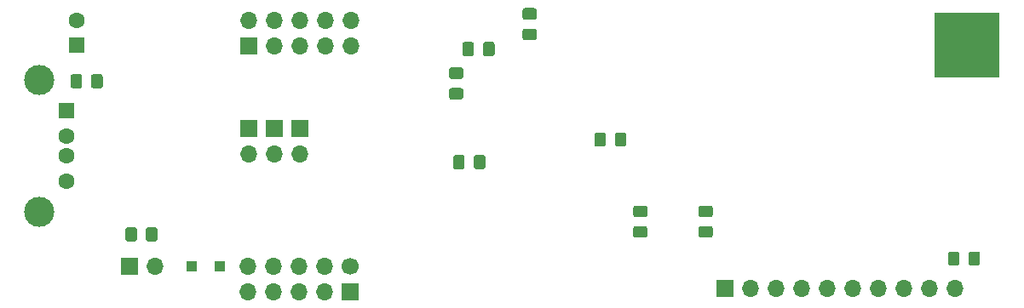
<source format=gbs>
G04 #@! TF.GenerationSoftware,KiCad,Pcbnew,(5.1.5)-3*
G04 #@! TF.CreationDate,2020-01-25T14:55:43-05:00*
G04 #@! TF.ProjectId,SmallyMouse2,536d616c-6c79-44d6-9f75-7365322e6b69,2.0*
G04 #@! TF.SameCoordinates,Original*
G04 #@! TF.FileFunction,Soldermask,Bot*
G04 #@! TF.FilePolarity,Negative*
%FSLAX46Y46*%
G04 Gerber Fmt 4.6, Leading zero omitted, Abs format (unit mm)*
G04 Created by KiCad (PCBNEW (5.1.5)-3) date 2020-01-25 14:55:43*
%MOMM*%
%LPD*%
G04 APERTURE LIST*
%ADD10R,1.100000X1.100000*%
%ADD11O,1.700000X1.700000*%
%ADD12R,1.700000X1.700000*%
%ADD13C,0.150000*%
%ADD14C,1.700000*%
%ADD15C,1.600000*%
%ADD16R,1.600000X1.600000*%
%ADD17R,6.400000X6.400000*%
%ADD18C,0.800000*%
%ADD19C,3.000000*%
G04 APERTURE END LIST*
D10*
X111200000Y-55000000D03*
X108400000Y-55000000D03*
D11*
X104740000Y-54990000D03*
D12*
X102200000Y-54990000D03*
D13*
G36*
X104799505Y-51101204D02*
G01*
X104823773Y-51104804D01*
X104847572Y-51110765D01*
X104870671Y-51119030D01*
X104892850Y-51129520D01*
X104913893Y-51142132D01*
X104933599Y-51156747D01*
X104951777Y-51173223D01*
X104968253Y-51191401D01*
X104982868Y-51211107D01*
X104995480Y-51232150D01*
X105005970Y-51254329D01*
X105014235Y-51277428D01*
X105020196Y-51301227D01*
X105023796Y-51325495D01*
X105025000Y-51349999D01*
X105025000Y-52250001D01*
X105023796Y-52274505D01*
X105020196Y-52298773D01*
X105014235Y-52322572D01*
X105005970Y-52345671D01*
X104995480Y-52367850D01*
X104982868Y-52388893D01*
X104968253Y-52408599D01*
X104951777Y-52426777D01*
X104933599Y-52443253D01*
X104913893Y-52457868D01*
X104892850Y-52470480D01*
X104870671Y-52480970D01*
X104847572Y-52489235D01*
X104823773Y-52495196D01*
X104799505Y-52498796D01*
X104775001Y-52500000D01*
X104124999Y-52500000D01*
X104100495Y-52498796D01*
X104076227Y-52495196D01*
X104052428Y-52489235D01*
X104029329Y-52480970D01*
X104007150Y-52470480D01*
X103986107Y-52457868D01*
X103966401Y-52443253D01*
X103948223Y-52426777D01*
X103931747Y-52408599D01*
X103917132Y-52388893D01*
X103904520Y-52367850D01*
X103894030Y-52345671D01*
X103885765Y-52322572D01*
X103879804Y-52298773D01*
X103876204Y-52274505D01*
X103875000Y-52250001D01*
X103875000Y-51349999D01*
X103876204Y-51325495D01*
X103879804Y-51301227D01*
X103885765Y-51277428D01*
X103894030Y-51254329D01*
X103904520Y-51232150D01*
X103917132Y-51211107D01*
X103931747Y-51191401D01*
X103948223Y-51173223D01*
X103966401Y-51156747D01*
X103986107Y-51142132D01*
X104007150Y-51129520D01*
X104029329Y-51119030D01*
X104052428Y-51110765D01*
X104076227Y-51104804D01*
X104100495Y-51101204D01*
X104124999Y-51100000D01*
X104775001Y-51100000D01*
X104799505Y-51101204D01*
G37*
G36*
X102749505Y-51101204D02*
G01*
X102773773Y-51104804D01*
X102797572Y-51110765D01*
X102820671Y-51119030D01*
X102842850Y-51129520D01*
X102863893Y-51142132D01*
X102883599Y-51156747D01*
X102901777Y-51173223D01*
X102918253Y-51191401D01*
X102932868Y-51211107D01*
X102945480Y-51232150D01*
X102955970Y-51254329D01*
X102964235Y-51277428D01*
X102970196Y-51301227D01*
X102973796Y-51325495D01*
X102975000Y-51349999D01*
X102975000Y-52250001D01*
X102973796Y-52274505D01*
X102970196Y-52298773D01*
X102964235Y-52322572D01*
X102955970Y-52345671D01*
X102945480Y-52367850D01*
X102932868Y-52388893D01*
X102918253Y-52408599D01*
X102901777Y-52426777D01*
X102883599Y-52443253D01*
X102863893Y-52457868D01*
X102842850Y-52470480D01*
X102820671Y-52480970D01*
X102797572Y-52489235D01*
X102773773Y-52495196D01*
X102749505Y-52498796D01*
X102725001Y-52500000D01*
X102074999Y-52500000D01*
X102050495Y-52498796D01*
X102026227Y-52495196D01*
X102002428Y-52489235D01*
X101979329Y-52480970D01*
X101957150Y-52470480D01*
X101936107Y-52457868D01*
X101916401Y-52443253D01*
X101898223Y-52426777D01*
X101881747Y-52408599D01*
X101867132Y-52388893D01*
X101854520Y-52367850D01*
X101844030Y-52345671D01*
X101835765Y-52322572D01*
X101829804Y-52298773D01*
X101826204Y-52274505D01*
X101825000Y-52250001D01*
X101825000Y-51349999D01*
X101826204Y-51325495D01*
X101829804Y-51301227D01*
X101835765Y-51277428D01*
X101844030Y-51254329D01*
X101854520Y-51232150D01*
X101867132Y-51211107D01*
X101881747Y-51191401D01*
X101898223Y-51173223D01*
X101916401Y-51156747D01*
X101936107Y-51142132D01*
X101957150Y-51129520D01*
X101979329Y-51119030D01*
X102002428Y-51110765D01*
X102026227Y-51104804D01*
X102050495Y-51101204D01*
X102074999Y-51100000D01*
X102725001Y-51100000D01*
X102749505Y-51101204D01*
G37*
D11*
X119180000Y-43790000D03*
D12*
X119180000Y-41250000D03*
D11*
X114000000Y-57540000D03*
X114000000Y-55000000D03*
X116540000Y-57540000D03*
X116540000Y-55000000D03*
X119080000Y-57540000D03*
X119080000Y-55000000D03*
X121620000Y-57540000D03*
X121620000Y-55000000D03*
D12*
X124160000Y-57540000D03*
D14*
X124160000Y-55000000D03*
D11*
X184260000Y-57200000D03*
X181720000Y-57200000D03*
X179180000Y-57200000D03*
X176640000Y-57200000D03*
X174100000Y-57200000D03*
X171560000Y-57200000D03*
X169020000Y-57200000D03*
X166480000Y-57200000D03*
X163940000Y-57200000D03*
D12*
X161400000Y-57200000D03*
D15*
X97000000Y-30500000D03*
D16*
X97000000Y-33000000D03*
D17*
X185500000Y-33000000D03*
D18*
X187900000Y-33000000D03*
X187197056Y-34697056D03*
X185500000Y-35400000D03*
X183802944Y-34697056D03*
X183100000Y-33000000D03*
X183802944Y-31302944D03*
X185500000Y-30600000D03*
X187197056Y-31302944D03*
D13*
G36*
X97299505Y-35851204D02*
G01*
X97323773Y-35854804D01*
X97347572Y-35860765D01*
X97370671Y-35869030D01*
X97392850Y-35879520D01*
X97413893Y-35892132D01*
X97433599Y-35906747D01*
X97451777Y-35923223D01*
X97468253Y-35941401D01*
X97482868Y-35961107D01*
X97495480Y-35982150D01*
X97505970Y-36004329D01*
X97514235Y-36027428D01*
X97520196Y-36051227D01*
X97523796Y-36075495D01*
X97525000Y-36099999D01*
X97525000Y-37000001D01*
X97523796Y-37024505D01*
X97520196Y-37048773D01*
X97514235Y-37072572D01*
X97505970Y-37095671D01*
X97495480Y-37117850D01*
X97482868Y-37138893D01*
X97468253Y-37158599D01*
X97451777Y-37176777D01*
X97433599Y-37193253D01*
X97413893Y-37207868D01*
X97392850Y-37220480D01*
X97370671Y-37230970D01*
X97347572Y-37239235D01*
X97323773Y-37245196D01*
X97299505Y-37248796D01*
X97275001Y-37250000D01*
X96624999Y-37250000D01*
X96600495Y-37248796D01*
X96576227Y-37245196D01*
X96552428Y-37239235D01*
X96529329Y-37230970D01*
X96507150Y-37220480D01*
X96486107Y-37207868D01*
X96466401Y-37193253D01*
X96448223Y-37176777D01*
X96431747Y-37158599D01*
X96417132Y-37138893D01*
X96404520Y-37117850D01*
X96394030Y-37095671D01*
X96385765Y-37072572D01*
X96379804Y-37048773D01*
X96376204Y-37024505D01*
X96375000Y-37000001D01*
X96375000Y-36099999D01*
X96376204Y-36075495D01*
X96379804Y-36051227D01*
X96385765Y-36027428D01*
X96394030Y-36004329D01*
X96404520Y-35982150D01*
X96417132Y-35961107D01*
X96431747Y-35941401D01*
X96448223Y-35923223D01*
X96466401Y-35906747D01*
X96486107Y-35892132D01*
X96507150Y-35879520D01*
X96529329Y-35869030D01*
X96552428Y-35860765D01*
X96576227Y-35854804D01*
X96600495Y-35851204D01*
X96624999Y-35850000D01*
X97275001Y-35850000D01*
X97299505Y-35851204D01*
G37*
G36*
X99349505Y-35851204D02*
G01*
X99373773Y-35854804D01*
X99397572Y-35860765D01*
X99420671Y-35869030D01*
X99442850Y-35879520D01*
X99463893Y-35892132D01*
X99483599Y-35906747D01*
X99501777Y-35923223D01*
X99518253Y-35941401D01*
X99532868Y-35961107D01*
X99545480Y-35982150D01*
X99555970Y-36004329D01*
X99564235Y-36027428D01*
X99570196Y-36051227D01*
X99573796Y-36075495D01*
X99575000Y-36099999D01*
X99575000Y-37000001D01*
X99573796Y-37024505D01*
X99570196Y-37048773D01*
X99564235Y-37072572D01*
X99555970Y-37095671D01*
X99545480Y-37117850D01*
X99532868Y-37138893D01*
X99518253Y-37158599D01*
X99501777Y-37176777D01*
X99483599Y-37193253D01*
X99463893Y-37207868D01*
X99442850Y-37220480D01*
X99420671Y-37230970D01*
X99397572Y-37239235D01*
X99373773Y-37245196D01*
X99349505Y-37248796D01*
X99325001Y-37250000D01*
X98674999Y-37250000D01*
X98650495Y-37248796D01*
X98626227Y-37245196D01*
X98602428Y-37239235D01*
X98579329Y-37230970D01*
X98557150Y-37220480D01*
X98536107Y-37207868D01*
X98516401Y-37193253D01*
X98498223Y-37176777D01*
X98481747Y-37158599D01*
X98467132Y-37138893D01*
X98454520Y-37117850D01*
X98444030Y-37095671D01*
X98435765Y-37072572D01*
X98429804Y-37048773D01*
X98426204Y-37024505D01*
X98425000Y-37000001D01*
X98425000Y-36099999D01*
X98426204Y-36075495D01*
X98429804Y-36051227D01*
X98435765Y-36027428D01*
X98444030Y-36004329D01*
X98454520Y-35982150D01*
X98467132Y-35961107D01*
X98481747Y-35941401D01*
X98498223Y-35923223D01*
X98516401Y-35906747D01*
X98536107Y-35892132D01*
X98557150Y-35879520D01*
X98579329Y-35869030D01*
X98602428Y-35860765D01*
X98626227Y-35854804D01*
X98650495Y-35851204D01*
X98674999Y-35850000D01*
X99325001Y-35850000D01*
X99349505Y-35851204D01*
G37*
D15*
X96000000Y-46500000D03*
X96000000Y-44000000D03*
X96000000Y-42000000D03*
D16*
X96000000Y-39500000D03*
D19*
X93290000Y-36430000D03*
X93290000Y-49570000D03*
D11*
X124260000Y-30480000D03*
X124260000Y-33020000D03*
X121720000Y-30480000D03*
X121720000Y-33020000D03*
X119180000Y-30480000D03*
X119180000Y-33020000D03*
X116640000Y-30480000D03*
X116640000Y-33020000D03*
X114100000Y-30480000D03*
D12*
X114100000Y-33020000D03*
D11*
X114100000Y-43790000D03*
D12*
X114100000Y-41250000D03*
D13*
G36*
X159974505Y-50976204D02*
G01*
X159998773Y-50979804D01*
X160022572Y-50985765D01*
X160045671Y-50994030D01*
X160067850Y-51004520D01*
X160088893Y-51017132D01*
X160108599Y-51031747D01*
X160126777Y-51048223D01*
X160143253Y-51066401D01*
X160157868Y-51086107D01*
X160170480Y-51107150D01*
X160180970Y-51129329D01*
X160189235Y-51152428D01*
X160195196Y-51176227D01*
X160198796Y-51200495D01*
X160200000Y-51224999D01*
X160200000Y-51875001D01*
X160198796Y-51899505D01*
X160195196Y-51923773D01*
X160189235Y-51947572D01*
X160180970Y-51970671D01*
X160170480Y-51992850D01*
X160157868Y-52013893D01*
X160143253Y-52033599D01*
X160126777Y-52051777D01*
X160108599Y-52068253D01*
X160088893Y-52082868D01*
X160067850Y-52095480D01*
X160045671Y-52105970D01*
X160022572Y-52114235D01*
X159998773Y-52120196D01*
X159974505Y-52123796D01*
X159950001Y-52125000D01*
X159049999Y-52125000D01*
X159025495Y-52123796D01*
X159001227Y-52120196D01*
X158977428Y-52114235D01*
X158954329Y-52105970D01*
X158932150Y-52095480D01*
X158911107Y-52082868D01*
X158891401Y-52068253D01*
X158873223Y-52051777D01*
X158856747Y-52033599D01*
X158842132Y-52013893D01*
X158829520Y-51992850D01*
X158819030Y-51970671D01*
X158810765Y-51947572D01*
X158804804Y-51923773D01*
X158801204Y-51899505D01*
X158800000Y-51875001D01*
X158800000Y-51224999D01*
X158801204Y-51200495D01*
X158804804Y-51176227D01*
X158810765Y-51152428D01*
X158819030Y-51129329D01*
X158829520Y-51107150D01*
X158842132Y-51086107D01*
X158856747Y-51066401D01*
X158873223Y-51048223D01*
X158891401Y-51031747D01*
X158911107Y-51017132D01*
X158932150Y-51004520D01*
X158954329Y-50994030D01*
X158977428Y-50985765D01*
X159001227Y-50979804D01*
X159025495Y-50976204D01*
X159049999Y-50975000D01*
X159950001Y-50975000D01*
X159974505Y-50976204D01*
G37*
G36*
X159974505Y-48926204D02*
G01*
X159998773Y-48929804D01*
X160022572Y-48935765D01*
X160045671Y-48944030D01*
X160067850Y-48954520D01*
X160088893Y-48967132D01*
X160108599Y-48981747D01*
X160126777Y-48998223D01*
X160143253Y-49016401D01*
X160157868Y-49036107D01*
X160170480Y-49057150D01*
X160180970Y-49079329D01*
X160189235Y-49102428D01*
X160195196Y-49126227D01*
X160198796Y-49150495D01*
X160200000Y-49174999D01*
X160200000Y-49825001D01*
X160198796Y-49849505D01*
X160195196Y-49873773D01*
X160189235Y-49897572D01*
X160180970Y-49920671D01*
X160170480Y-49942850D01*
X160157868Y-49963893D01*
X160143253Y-49983599D01*
X160126777Y-50001777D01*
X160108599Y-50018253D01*
X160088893Y-50032868D01*
X160067850Y-50045480D01*
X160045671Y-50055970D01*
X160022572Y-50064235D01*
X159998773Y-50070196D01*
X159974505Y-50073796D01*
X159950001Y-50075000D01*
X159049999Y-50075000D01*
X159025495Y-50073796D01*
X159001227Y-50070196D01*
X158977428Y-50064235D01*
X158954329Y-50055970D01*
X158932150Y-50045480D01*
X158911107Y-50032868D01*
X158891401Y-50018253D01*
X158873223Y-50001777D01*
X158856747Y-49983599D01*
X158842132Y-49963893D01*
X158829520Y-49942850D01*
X158819030Y-49920671D01*
X158810765Y-49897572D01*
X158804804Y-49873773D01*
X158801204Y-49849505D01*
X158800000Y-49825001D01*
X158800000Y-49174999D01*
X158801204Y-49150495D01*
X158804804Y-49126227D01*
X158810765Y-49102428D01*
X158819030Y-49079329D01*
X158829520Y-49057150D01*
X158842132Y-49036107D01*
X158856747Y-49016401D01*
X158873223Y-48998223D01*
X158891401Y-48981747D01*
X158911107Y-48967132D01*
X158932150Y-48954520D01*
X158954329Y-48944030D01*
X158977428Y-48935765D01*
X159001227Y-48929804D01*
X159025495Y-48926204D01*
X159049999Y-48925000D01*
X159950001Y-48925000D01*
X159974505Y-48926204D01*
G37*
G36*
X184499505Y-53501204D02*
G01*
X184523773Y-53504804D01*
X184547572Y-53510765D01*
X184570671Y-53519030D01*
X184592850Y-53529520D01*
X184613893Y-53542132D01*
X184633599Y-53556747D01*
X184651777Y-53573223D01*
X184668253Y-53591401D01*
X184682868Y-53611107D01*
X184695480Y-53632150D01*
X184705970Y-53654329D01*
X184714235Y-53677428D01*
X184720196Y-53701227D01*
X184723796Y-53725495D01*
X184725000Y-53749999D01*
X184725000Y-54650001D01*
X184723796Y-54674505D01*
X184720196Y-54698773D01*
X184714235Y-54722572D01*
X184705970Y-54745671D01*
X184695480Y-54767850D01*
X184682868Y-54788893D01*
X184668253Y-54808599D01*
X184651777Y-54826777D01*
X184633599Y-54843253D01*
X184613893Y-54857868D01*
X184592850Y-54870480D01*
X184570671Y-54880970D01*
X184547572Y-54889235D01*
X184523773Y-54895196D01*
X184499505Y-54898796D01*
X184475001Y-54900000D01*
X183824999Y-54900000D01*
X183800495Y-54898796D01*
X183776227Y-54895196D01*
X183752428Y-54889235D01*
X183729329Y-54880970D01*
X183707150Y-54870480D01*
X183686107Y-54857868D01*
X183666401Y-54843253D01*
X183648223Y-54826777D01*
X183631747Y-54808599D01*
X183617132Y-54788893D01*
X183604520Y-54767850D01*
X183594030Y-54745671D01*
X183585765Y-54722572D01*
X183579804Y-54698773D01*
X183576204Y-54674505D01*
X183575000Y-54650001D01*
X183575000Y-53749999D01*
X183576204Y-53725495D01*
X183579804Y-53701227D01*
X183585765Y-53677428D01*
X183594030Y-53654329D01*
X183604520Y-53632150D01*
X183617132Y-53611107D01*
X183631747Y-53591401D01*
X183648223Y-53573223D01*
X183666401Y-53556747D01*
X183686107Y-53542132D01*
X183707150Y-53529520D01*
X183729329Y-53519030D01*
X183752428Y-53510765D01*
X183776227Y-53504804D01*
X183800495Y-53501204D01*
X183824999Y-53500000D01*
X184475001Y-53500000D01*
X184499505Y-53501204D01*
G37*
G36*
X186549505Y-53501204D02*
G01*
X186573773Y-53504804D01*
X186597572Y-53510765D01*
X186620671Y-53519030D01*
X186642850Y-53529520D01*
X186663893Y-53542132D01*
X186683599Y-53556747D01*
X186701777Y-53573223D01*
X186718253Y-53591401D01*
X186732868Y-53611107D01*
X186745480Y-53632150D01*
X186755970Y-53654329D01*
X186764235Y-53677428D01*
X186770196Y-53701227D01*
X186773796Y-53725495D01*
X186775000Y-53749999D01*
X186775000Y-54650001D01*
X186773796Y-54674505D01*
X186770196Y-54698773D01*
X186764235Y-54722572D01*
X186755970Y-54745671D01*
X186745480Y-54767850D01*
X186732868Y-54788893D01*
X186718253Y-54808599D01*
X186701777Y-54826777D01*
X186683599Y-54843253D01*
X186663893Y-54857868D01*
X186642850Y-54870480D01*
X186620671Y-54880970D01*
X186597572Y-54889235D01*
X186573773Y-54895196D01*
X186549505Y-54898796D01*
X186525001Y-54900000D01*
X185874999Y-54900000D01*
X185850495Y-54898796D01*
X185826227Y-54895196D01*
X185802428Y-54889235D01*
X185779329Y-54880970D01*
X185757150Y-54870480D01*
X185736107Y-54857868D01*
X185716401Y-54843253D01*
X185698223Y-54826777D01*
X185681747Y-54808599D01*
X185667132Y-54788893D01*
X185654520Y-54767850D01*
X185644030Y-54745671D01*
X185635765Y-54722572D01*
X185629804Y-54698773D01*
X185626204Y-54674505D01*
X185625000Y-54650001D01*
X185625000Y-53749999D01*
X185626204Y-53725495D01*
X185629804Y-53701227D01*
X185635765Y-53677428D01*
X185644030Y-53654329D01*
X185654520Y-53632150D01*
X185667132Y-53611107D01*
X185681747Y-53591401D01*
X185698223Y-53573223D01*
X185716401Y-53556747D01*
X185736107Y-53542132D01*
X185757150Y-53529520D01*
X185779329Y-53519030D01*
X185802428Y-53510765D01*
X185826227Y-53504804D01*
X185850495Y-53501204D01*
X185874999Y-53500000D01*
X186525001Y-53500000D01*
X186549505Y-53501204D01*
G37*
G36*
X149349505Y-41651204D02*
G01*
X149373773Y-41654804D01*
X149397572Y-41660765D01*
X149420671Y-41669030D01*
X149442850Y-41679520D01*
X149463893Y-41692132D01*
X149483599Y-41706747D01*
X149501777Y-41723223D01*
X149518253Y-41741401D01*
X149532868Y-41761107D01*
X149545480Y-41782150D01*
X149555970Y-41804329D01*
X149564235Y-41827428D01*
X149570196Y-41851227D01*
X149573796Y-41875495D01*
X149575000Y-41899999D01*
X149575000Y-42800001D01*
X149573796Y-42824505D01*
X149570196Y-42848773D01*
X149564235Y-42872572D01*
X149555970Y-42895671D01*
X149545480Y-42917850D01*
X149532868Y-42938893D01*
X149518253Y-42958599D01*
X149501777Y-42976777D01*
X149483599Y-42993253D01*
X149463893Y-43007868D01*
X149442850Y-43020480D01*
X149420671Y-43030970D01*
X149397572Y-43039235D01*
X149373773Y-43045196D01*
X149349505Y-43048796D01*
X149325001Y-43050000D01*
X148674999Y-43050000D01*
X148650495Y-43048796D01*
X148626227Y-43045196D01*
X148602428Y-43039235D01*
X148579329Y-43030970D01*
X148557150Y-43020480D01*
X148536107Y-43007868D01*
X148516401Y-42993253D01*
X148498223Y-42976777D01*
X148481747Y-42958599D01*
X148467132Y-42938893D01*
X148454520Y-42917850D01*
X148444030Y-42895671D01*
X148435765Y-42872572D01*
X148429804Y-42848773D01*
X148426204Y-42824505D01*
X148425000Y-42800001D01*
X148425000Y-41899999D01*
X148426204Y-41875495D01*
X148429804Y-41851227D01*
X148435765Y-41827428D01*
X148444030Y-41804329D01*
X148454520Y-41782150D01*
X148467132Y-41761107D01*
X148481747Y-41741401D01*
X148498223Y-41723223D01*
X148516401Y-41706747D01*
X148536107Y-41692132D01*
X148557150Y-41679520D01*
X148579329Y-41669030D01*
X148602428Y-41660765D01*
X148626227Y-41654804D01*
X148650495Y-41651204D01*
X148674999Y-41650000D01*
X149325001Y-41650000D01*
X149349505Y-41651204D01*
G37*
G36*
X151399505Y-41651204D02*
G01*
X151423773Y-41654804D01*
X151447572Y-41660765D01*
X151470671Y-41669030D01*
X151492850Y-41679520D01*
X151513893Y-41692132D01*
X151533599Y-41706747D01*
X151551777Y-41723223D01*
X151568253Y-41741401D01*
X151582868Y-41761107D01*
X151595480Y-41782150D01*
X151605970Y-41804329D01*
X151614235Y-41827428D01*
X151620196Y-41851227D01*
X151623796Y-41875495D01*
X151625000Y-41899999D01*
X151625000Y-42800001D01*
X151623796Y-42824505D01*
X151620196Y-42848773D01*
X151614235Y-42872572D01*
X151605970Y-42895671D01*
X151595480Y-42917850D01*
X151582868Y-42938893D01*
X151568253Y-42958599D01*
X151551777Y-42976777D01*
X151533599Y-42993253D01*
X151513893Y-43007868D01*
X151492850Y-43020480D01*
X151470671Y-43030970D01*
X151447572Y-43039235D01*
X151423773Y-43045196D01*
X151399505Y-43048796D01*
X151375001Y-43050000D01*
X150724999Y-43050000D01*
X150700495Y-43048796D01*
X150676227Y-43045196D01*
X150652428Y-43039235D01*
X150629329Y-43030970D01*
X150607150Y-43020480D01*
X150586107Y-43007868D01*
X150566401Y-42993253D01*
X150548223Y-42976777D01*
X150531747Y-42958599D01*
X150517132Y-42938893D01*
X150504520Y-42917850D01*
X150494030Y-42895671D01*
X150485765Y-42872572D01*
X150479804Y-42848773D01*
X150476204Y-42824505D01*
X150475000Y-42800001D01*
X150475000Y-41899999D01*
X150476204Y-41875495D01*
X150479804Y-41851227D01*
X150485765Y-41827428D01*
X150494030Y-41804329D01*
X150504520Y-41782150D01*
X150517132Y-41761107D01*
X150531747Y-41741401D01*
X150548223Y-41723223D01*
X150566401Y-41706747D01*
X150586107Y-41692132D01*
X150607150Y-41679520D01*
X150629329Y-41669030D01*
X150652428Y-41660765D01*
X150676227Y-41654804D01*
X150700495Y-41651204D01*
X150724999Y-41650000D01*
X151375001Y-41650000D01*
X151399505Y-41651204D01*
G37*
G36*
X135174505Y-37226204D02*
G01*
X135198773Y-37229804D01*
X135222572Y-37235765D01*
X135245671Y-37244030D01*
X135267850Y-37254520D01*
X135288893Y-37267132D01*
X135308599Y-37281747D01*
X135326777Y-37298223D01*
X135343253Y-37316401D01*
X135357868Y-37336107D01*
X135370480Y-37357150D01*
X135380970Y-37379329D01*
X135389235Y-37402428D01*
X135395196Y-37426227D01*
X135398796Y-37450495D01*
X135400000Y-37474999D01*
X135400000Y-38125001D01*
X135398796Y-38149505D01*
X135395196Y-38173773D01*
X135389235Y-38197572D01*
X135380970Y-38220671D01*
X135370480Y-38242850D01*
X135357868Y-38263893D01*
X135343253Y-38283599D01*
X135326777Y-38301777D01*
X135308599Y-38318253D01*
X135288893Y-38332868D01*
X135267850Y-38345480D01*
X135245671Y-38355970D01*
X135222572Y-38364235D01*
X135198773Y-38370196D01*
X135174505Y-38373796D01*
X135150001Y-38375000D01*
X134249999Y-38375000D01*
X134225495Y-38373796D01*
X134201227Y-38370196D01*
X134177428Y-38364235D01*
X134154329Y-38355970D01*
X134132150Y-38345480D01*
X134111107Y-38332868D01*
X134091401Y-38318253D01*
X134073223Y-38301777D01*
X134056747Y-38283599D01*
X134042132Y-38263893D01*
X134029520Y-38242850D01*
X134019030Y-38220671D01*
X134010765Y-38197572D01*
X134004804Y-38173773D01*
X134001204Y-38149505D01*
X134000000Y-38125001D01*
X134000000Y-37474999D01*
X134001204Y-37450495D01*
X134004804Y-37426227D01*
X134010765Y-37402428D01*
X134019030Y-37379329D01*
X134029520Y-37357150D01*
X134042132Y-37336107D01*
X134056747Y-37316401D01*
X134073223Y-37298223D01*
X134091401Y-37281747D01*
X134111107Y-37267132D01*
X134132150Y-37254520D01*
X134154329Y-37244030D01*
X134177428Y-37235765D01*
X134201227Y-37229804D01*
X134225495Y-37226204D01*
X134249999Y-37225000D01*
X135150001Y-37225000D01*
X135174505Y-37226204D01*
G37*
G36*
X135174505Y-35176204D02*
G01*
X135198773Y-35179804D01*
X135222572Y-35185765D01*
X135245671Y-35194030D01*
X135267850Y-35204520D01*
X135288893Y-35217132D01*
X135308599Y-35231747D01*
X135326777Y-35248223D01*
X135343253Y-35266401D01*
X135357868Y-35286107D01*
X135370480Y-35307150D01*
X135380970Y-35329329D01*
X135389235Y-35352428D01*
X135395196Y-35376227D01*
X135398796Y-35400495D01*
X135400000Y-35424999D01*
X135400000Y-36075001D01*
X135398796Y-36099505D01*
X135395196Y-36123773D01*
X135389235Y-36147572D01*
X135380970Y-36170671D01*
X135370480Y-36192850D01*
X135357868Y-36213893D01*
X135343253Y-36233599D01*
X135326777Y-36251777D01*
X135308599Y-36268253D01*
X135288893Y-36282868D01*
X135267850Y-36295480D01*
X135245671Y-36305970D01*
X135222572Y-36314235D01*
X135198773Y-36320196D01*
X135174505Y-36323796D01*
X135150001Y-36325000D01*
X134249999Y-36325000D01*
X134225495Y-36323796D01*
X134201227Y-36320196D01*
X134177428Y-36314235D01*
X134154329Y-36305970D01*
X134132150Y-36295480D01*
X134111107Y-36282868D01*
X134091401Y-36268253D01*
X134073223Y-36251777D01*
X134056747Y-36233599D01*
X134042132Y-36213893D01*
X134029520Y-36192850D01*
X134019030Y-36170671D01*
X134010765Y-36147572D01*
X134004804Y-36123773D01*
X134001204Y-36099505D01*
X134000000Y-36075001D01*
X134000000Y-35424999D01*
X134001204Y-35400495D01*
X134004804Y-35376227D01*
X134010765Y-35352428D01*
X134019030Y-35329329D01*
X134029520Y-35307150D01*
X134042132Y-35286107D01*
X134056747Y-35266401D01*
X134073223Y-35248223D01*
X134091401Y-35231747D01*
X134111107Y-35217132D01*
X134132150Y-35204520D01*
X134154329Y-35194030D01*
X134177428Y-35185765D01*
X134201227Y-35179804D01*
X134225495Y-35176204D01*
X134249999Y-35175000D01*
X135150001Y-35175000D01*
X135174505Y-35176204D01*
G37*
G36*
X142474505Y-29276204D02*
G01*
X142498773Y-29279804D01*
X142522572Y-29285765D01*
X142545671Y-29294030D01*
X142567850Y-29304520D01*
X142588893Y-29317132D01*
X142608599Y-29331747D01*
X142626777Y-29348223D01*
X142643253Y-29366401D01*
X142657868Y-29386107D01*
X142670480Y-29407150D01*
X142680970Y-29429329D01*
X142689235Y-29452428D01*
X142695196Y-29476227D01*
X142698796Y-29500495D01*
X142700000Y-29524999D01*
X142700000Y-30175001D01*
X142698796Y-30199505D01*
X142695196Y-30223773D01*
X142689235Y-30247572D01*
X142680970Y-30270671D01*
X142670480Y-30292850D01*
X142657868Y-30313893D01*
X142643253Y-30333599D01*
X142626777Y-30351777D01*
X142608599Y-30368253D01*
X142588893Y-30382868D01*
X142567850Y-30395480D01*
X142545671Y-30405970D01*
X142522572Y-30414235D01*
X142498773Y-30420196D01*
X142474505Y-30423796D01*
X142450001Y-30425000D01*
X141549999Y-30425000D01*
X141525495Y-30423796D01*
X141501227Y-30420196D01*
X141477428Y-30414235D01*
X141454329Y-30405970D01*
X141432150Y-30395480D01*
X141411107Y-30382868D01*
X141391401Y-30368253D01*
X141373223Y-30351777D01*
X141356747Y-30333599D01*
X141342132Y-30313893D01*
X141329520Y-30292850D01*
X141319030Y-30270671D01*
X141310765Y-30247572D01*
X141304804Y-30223773D01*
X141301204Y-30199505D01*
X141300000Y-30175001D01*
X141300000Y-29524999D01*
X141301204Y-29500495D01*
X141304804Y-29476227D01*
X141310765Y-29452428D01*
X141319030Y-29429329D01*
X141329520Y-29407150D01*
X141342132Y-29386107D01*
X141356747Y-29366401D01*
X141373223Y-29348223D01*
X141391401Y-29331747D01*
X141411107Y-29317132D01*
X141432150Y-29304520D01*
X141454329Y-29294030D01*
X141477428Y-29285765D01*
X141501227Y-29279804D01*
X141525495Y-29276204D01*
X141549999Y-29275000D01*
X142450001Y-29275000D01*
X142474505Y-29276204D01*
G37*
G36*
X142474505Y-31326204D02*
G01*
X142498773Y-31329804D01*
X142522572Y-31335765D01*
X142545671Y-31344030D01*
X142567850Y-31354520D01*
X142588893Y-31367132D01*
X142608599Y-31381747D01*
X142626777Y-31398223D01*
X142643253Y-31416401D01*
X142657868Y-31436107D01*
X142670480Y-31457150D01*
X142680970Y-31479329D01*
X142689235Y-31502428D01*
X142695196Y-31526227D01*
X142698796Y-31550495D01*
X142700000Y-31574999D01*
X142700000Y-32225001D01*
X142698796Y-32249505D01*
X142695196Y-32273773D01*
X142689235Y-32297572D01*
X142680970Y-32320671D01*
X142670480Y-32342850D01*
X142657868Y-32363893D01*
X142643253Y-32383599D01*
X142626777Y-32401777D01*
X142608599Y-32418253D01*
X142588893Y-32432868D01*
X142567850Y-32445480D01*
X142545671Y-32455970D01*
X142522572Y-32464235D01*
X142498773Y-32470196D01*
X142474505Y-32473796D01*
X142450001Y-32475000D01*
X141549999Y-32475000D01*
X141525495Y-32473796D01*
X141501227Y-32470196D01*
X141477428Y-32464235D01*
X141454329Y-32455970D01*
X141432150Y-32445480D01*
X141411107Y-32432868D01*
X141391401Y-32418253D01*
X141373223Y-32401777D01*
X141356747Y-32383599D01*
X141342132Y-32363893D01*
X141329520Y-32342850D01*
X141319030Y-32320671D01*
X141310765Y-32297572D01*
X141304804Y-32273773D01*
X141301204Y-32249505D01*
X141300000Y-32225001D01*
X141300000Y-31574999D01*
X141301204Y-31550495D01*
X141304804Y-31526227D01*
X141310765Y-31502428D01*
X141319030Y-31479329D01*
X141329520Y-31457150D01*
X141342132Y-31436107D01*
X141356747Y-31416401D01*
X141373223Y-31398223D01*
X141391401Y-31381747D01*
X141411107Y-31367132D01*
X141432150Y-31354520D01*
X141454329Y-31344030D01*
X141477428Y-31335765D01*
X141501227Y-31329804D01*
X141525495Y-31326204D01*
X141549999Y-31325000D01*
X142450001Y-31325000D01*
X142474505Y-31326204D01*
G37*
G36*
X135324505Y-43901204D02*
G01*
X135348773Y-43904804D01*
X135372572Y-43910765D01*
X135395671Y-43919030D01*
X135417850Y-43929520D01*
X135438893Y-43942132D01*
X135458599Y-43956747D01*
X135476777Y-43973223D01*
X135493253Y-43991401D01*
X135507868Y-44011107D01*
X135520480Y-44032150D01*
X135530970Y-44054329D01*
X135539235Y-44077428D01*
X135545196Y-44101227D01*
X135548796Y-44125495D01*
X135550000Y-44149999D01*
X135550000Y-45050001D01*
X135548796Y-45074505D01*
X135545196Y-45098773D01*
X135539235Y-45122572D01*
X135530970Y-45145671D01*
X135520480Y-45167850D01*
X135507868Y-45188893D01*
X135493253Y-45208599D01*
X135476777Y-45226777D01*
X135458599Y-45243253D01*
X135438893Y-45257868D01*
X135417850Y-45270480D01*
X135395671Y-45280970D01*
X135372572Y-45289235D01*
X135348773Y-45295196D01*
X135324505Y-45298796D01*
X135300001Y-45300000D01*
X134649999Y-45300000D01*
X134625495Y-45298796D01*
X134601227Y-45295196D01*
X134577428Y-45289235D01*
X134554329Y-45280970D01*
X134532150Y-45270480D01*
X134511107Y-45257868D01*
X134491401Y-45243253D01*
X134473223Y-45226777D01*
X134456747Y-45208599D01*
X134442132Y-45188893D01*
X134429520Y-45167850D01*
X134419030Y-45145671D01*
X134410765Y-45122572D01*
X134404804Y-45098773D01*
X134401204Y-45074505D01*
X134400000Y-45050001D01*
X134400000Y-44149999D01*
X134401204Y-44125495D01*
X134404804Y-44101227D01*
X134410765Y-44077428D01*
X134419030Y-44054329D01*
X134429520Y-44032150D01*
X134442132Y-44011107D01*
X134456747Y-43991401D01*
X134473223Y-43973223D01*
X134491401Y-43956747D01*
X134511107Y-43942132D01*
X134532150Y-43929520D01*
X134554329Y-43919030D01*
X134577428Y-43910765D01*
X134601227Y-43904804D01*
X134625495Y-43901204D01*
X134649999Y-43900000D01*
X135300001Y-43900000D01*
X135324505Y-43901204D01*
G37*
G36*
X137374505Y-43901204D02*
G01*
X137398773Y-43904804D01*
X137422572Y-43910765D01*
X137445671Y-43919030D01*
X137467850Y-43929520D01*
X137488893Y-43942132D01*
X137508599Y-43956747D01*
X137526777Y-43973223D01*
X137543253Y-43991401D01*
X137557868Y-44011107D01*
X137570480Y-44032150D01*
X137580970Y-44054329D01*
X137589235Y-44077428D01*
X137595196Y-44101227D01*
X137598796Y-44125495D01*
X137600000Y-44149999D01*
X137600000Y-45050001D01*
X137598796Y-45074505D01*
X137595196Y-45098773D01*
X137589235Y-45122572D01*
X137580970Y-45145671D01*
X137570480Y-45167850D01*
X137557868Y-45188893D01*
X137543253Y-45208599D01*
X137526777Y-45226777D01*
X137508599Y-45243253D01*
X137488893Y-45257868D01*
X137467850Y-45270480D01*
X137445671Y-45280970D01*
X137422572Y-45289235D01*
X137398773Y-45295196D01*
X137374505Y-45298796D01*
X137350001Y-45300000D01*
X136699999Y-45300000D01*
X136675495Y-45298796D01*
X136651227Y-45295196D01*
X136627428Y-45289235D01*
X136604329Y-45280970D01*
X136582150Y-45270480D01*
X136561107Y-45257868D01*
X136541401Y-45243253D01*
X136523223Y-45226777D01*
X136506747Y-45208599D01*
X136492132Y-45188893D01*
X136479520Y-45167850D01*
X136469030Y-45145671D01*
X136460765Y-45122572D01*
X136454804Y-45098773D01*
X136451204Y-45074505D01*
X136450000Y-45050001D01*
X136450000Y-44149999D01*
X136451204Y-44125495D01*
X136454804Y-44101227D01*
X136460765Y-44077428D01*
X136469030Y-44054329D01*
X136479520Y-44032150D01*
X136492132Y-44011107D01*
X136506747Y-43991401D01*
X136523223Y-43973223D01*
X136541401Y-43956747D01*
X136561107Y-43942132D01*
X136582150Y-43929520D01*
X136604329Y-43919030D01*
X136627428Y-43910765D01*
X136651227Y-43904804D01*
X136675495Y-43901204D01*
X136699999Y-43900000D01*
X137350001Y-43900000D01*
X137374505Y-43901204D01*
G37*
G36*
X136249505Y-32651204D02*
G01*
X136273773Y-32654804D01*
X136297572Y-32660765D01*
X136320671Y-32669030D01*
X136342850Y-32679520D01*
X136363893Y-32692132D01*
X136383599Y-32706747D01*
X136401777Y-32723223D01*
X136418253Y-32741401D01*
X136432868Y-32761107D01*
X136445480Y-32782150D01*
X136455970Y-32804329D01*
X136464235Y-32827428D01*
X136470196Y-32851227D01*
X136473796Y-32875495D01*
X136475000Y-32899999D01*
X136475000Y-33800001D01*
X136473796Y-33824505D01*
X136470196Y-33848773D01*
X136464235Y-33872572D01*
X136455970Y-33895671D01*
X136445480Y-33917850D01*
X136432868Y-33938893D01*
X136418253Y-33958599D01*
X136401777Y-33976777D01*
X136383599Y-33993253D01*
X136363893Y-34007868D01*
X136342850Y-34020480D01*
X136320671Y-34030970D01*
X136297572Y-34039235D01*
X136273773Y-34045196D01*
X136249505Y-34048796D01*
X136225001Y-34050000D01*
X135574999Y-34050000D01*
X135550495Y-34048796D01*
X135526227Y-34045196D01*
X135502428Y-34039235D01*
X135479329Y-34030970D01*
X135457150Y-34020480D01*
X135436107Y-34007868D01*
X135416401Y-33993253D01*
X135398223Y-33976777D01*
X135381747Y-33958599D01*
X135367132Y-33938893D01*
X135354520Y-33917850D01*
X135344030Y-33895671D01*
X135335765Y-33872572D01*
X135329804Y-33848773D01*
X135326204Y-33824505D01*
X135325000Y-33800001D01*
X135325000Y-32899999D01*
X135326204Y-32875495D01*
X135329804Y-32851227D01*
X135335765Y-32827428D01*
X135344030Y-32804329D01*
X135354520Y-32782150D01*
X135367132Y-32761107D01*
X135381747Y-32741401D01*
X135398223Y-32723223D01*
X135416401Y-32706747D01*
X135436107Y-32692132D01*
X135457150Y-32679520D01*
X135479329Y-32669030D01*
X135502428Y-32660765D01*
X135526227Y-32654804D01*
X135550495Y-32651204D01*
X135574999Y-32650000D01*
X136225001Y-32650000D01*
X136249505Y-32651204D01*
G37*
G36*
X138299505Y-32651204D02*
G01*
X138323773Y-32654804D01*
X138347572Y-32660765D01*
X138370671Y-32669030D01*
X138392850Y-32679520D01*
X138413893Y-32692132D01*
X138433599Y-32706747D01*
X138451777Y-32723223D01*
X138468253Y-32741401D01*
X138482868Y-32761107D01*
X138495480Y-32782150D01*
X138505970Y-32804329D01*
X138514235Y-32827428D01*
X138520196Y-32851227D01*
X138523796Y-32875495D01*
X138525000Y-32899999D01*
X138525000Y-33800001D01*
X138523796Y-33824505D01*
X138520196Y-33848773D01*
X138514235Y-33872572D01*
X138505970Y-33895671D01*
X138495480Y-33917850D01*
X138482868Y-33938893D01*
X138468253Y-33958599D01*
X138451777Y-33976777D01*
X138433599Y-33993253D01*
X138413893Y-34007868D01*
X138392850Y-34020480D01*
X138370671Y-34030970D01*
X138347572Y-34039235D01*
X138323773Y-34045196D01*
X138299505Y-34048796D01*
X138275001Y-34050000D01*
X137624999Y-34050000D01*
X137600495Y-34048796D01*
X137576227Y-34045196D01*
X137552428Y-34039235D01*
X137529329Y-34030970D01*
X137507150Y-34020480D01*
X137486107Y-34007868D01*
X137466401Y-33993253D01*
X137448223Y-33976777D01*
X137431747Y-33958599D01*
X137417132Y-33938893D01*
X137404520Y-33917850D01*
X137394030Y-33895671D01*
X137385765Y-33872572D01*
X137379804Y-33848773D01*
X137376204Y-33824505D01*
X137375000Y-33800001D01*
X137375000Y-32899999D01*
X137376204Y-32875495D01*
X137379804Y-32851227D01*
X137385765Y-32827428D01*
X137394030Y-32804329D01*
X137404520Y-32782150D01*
X137417132Y-32761107D01*
X137431747Y-32741401D01*
X137448223Y-32723223D01*
X137466401Y-32706747D01*
X137486107Y-32692132D01*
X137507150Y-32679520D01*
X137529329Y-32669030D01*
X137552428Y-32660765D01*
X137576227Y-32654804D01*
X137600495Y-32651204D01*
X137624999Y-32650000D01*
X138275001Y-32650000D01*
X138299505Y-32651204D01*
G37*
G36*
X153474505Y-50976204D02*
G01*
X153498773Y-50979804D01*
X153522572Y-50985765D01*
X153545671Y-50994030D01*
X153567850Y-51004520D01*
X153588893Y-51017132D01*
X153608599Y-51031747D01*
X153626777Y-51048223D01*
X153643253Y-51066401D01*
X153657868Y-51086107D01*
X153670480Y-51107150D01*
X153680970Y-51129329D01*
X153689235Y-51152428D01*
X153695196Y-51176227D01*
X153698796Y-51200495D01*
X153700000Y-51224999D01*
X153700000Y-51875001D01*
X153698796Y-51899505D01*
X153695196Y-51923773D01*
X153689235Y-51947572D01*
X153680970Y-51970671D01*
X153670480Y-51992850D01*
X153657868Y-52013893D01*
X153643253Y-52033599D01*
X153626777Y-52051777D01*
X153608599Y-52068253D01*
X153588893Y-52082868D01*
X153567850Y-52095480D01*
X153545671Y-52105970D01*
X153522572Y-52114235D01*
X153498773Y-52120196D01*
X153474505Y-52123796D01*
X153450001Y-52125000D01*
X152549999Y-52125000D01*
X152525495Y-52123796D01*
X152501227Y-52120196D01*
X152477428Y-52114235D01*
X152454329Y-52105970D01*
X152432150Y-52095480D01*
X152411107Y-52082868D01*
X152391401Y-52068253D01*
X152373223Y-52051777D01*
X152356747Y-52033599D01*
X152342132Y-52013893D01*
X152329520Y-51992850D01*
X152319030Y-51970671D01*
X152310765Y-51947572D01*
X152304804Y-51923773D01*
X152301204Y-51899505D01*
X152300000Y-51875001D01*
X152300000Y-51224999D01*
X152301204Y-51200495D01*
X152304804Y-51176227D01*
X152310765Y-51152428D01*
X152319030Y-51129329D01*
X152329520Y-51107150D01*
X152342132Y-51086107D01*
X152356747Y-51066401D01*
X152373223Y-51048223D01*
X152391401Y-51031747D01*
X152411107Y-51017132D01*
X152432150Y-51004520D01*
X152454329Y-50994030D01*
X152477428Y-50985765D01*
X152501227Y-50979804D01*
X152525495Y-50976204D01*
X152549999Y-50975000D01*
X153450001Y-50975000D01*
X153474505Y-50976204D01*
G37*
G36*
X153474505Y-48926204D02*
G01*
X153498773Y-48929804D01*
X153522572Y-48935765D01*
X153545671Y-48944030D01*
X153567850Y-48954520D01*
X153588893Y-48967132D01*
X153608599Y-48981747D01*
X153626777Y-48998223D01*
X153643253Y-49016401D01*
X153657868Y-49036107D01*
X153670480Y-49057150D01*
X153680970Y-49079329D01*
X153689235Y-49102428D01*
X153695196Y-49126227D01*
X153698796Y-49150495D01*
X153700000Y-49174999D01*
X153700000Y-49825001D01*
X153698796Y-49849505D01*
X153695196Y-49873773D01*
X153689235Y-49897572D01*
X153680970Y-49920671D01*
X153670480Y-49942850D01*
X153657868Y-49963893D01*
X153643253Y-49983599D01*
X153626777Y-50001777D01*
X153608599Y-50018253D01*
X153588893Y-50032868D01*
X153567850Y-50045480D01*
X153545671Y-50055970D01*
X153522572Y-50064235D01*
X153498773Y-50070196D01*
X153474505Y-50073796D01*
X153450001Y-50075000D01*
X152549999Y-50075000D01*
X152525495Y-50073796D01*
X152501227Y-50070196D01*
X152477428Y-50064235D01*
X152454329Y-50055970D01*
X152432150Y-50045480D01*
X152411107Y-50032868D01*
X152391401Y-50018253D01*
X152373223Y-50001777D01*
X152356747Y-49983599D01*
X152342132Y-49963893D01*
X152329520Y-49942850D01*
X152319030Y-49920671D01*
X152310765Y-49897572D01*
X152304804Y-49873773D01*
X152301204Y-49849505D01*
X152300000Y-49825001D01*
X152300000Y-49174999D01*
X152301204Y-49150495D01*
X152304804Y-49126227D01*
X152310765Y-49102428D01*
X152319030Y-49079329D01*
X152329520Y-49057150D01*
X152342132Y-49036107D01*
X152356747Y-49016401D01*
X152373223Y-48998223D01*
X152391401Y-48981747D01*
X152411107Y-48967132D01*
X152432150Y-48954520D01*
X152454329Y-48944030D01*
X152477428Y-48935765D01*
X152501227Y-48929804D01*
X152525495Y-48926204D01*
X152549999Y-48925000D01*
X153450001Y-48925000D01*
X153474505Y-48926204D01*
G37*
D11*
X116640000Y-43790000D03*
D12*
X116640000Y-41250000D03*
M02*

</source>
